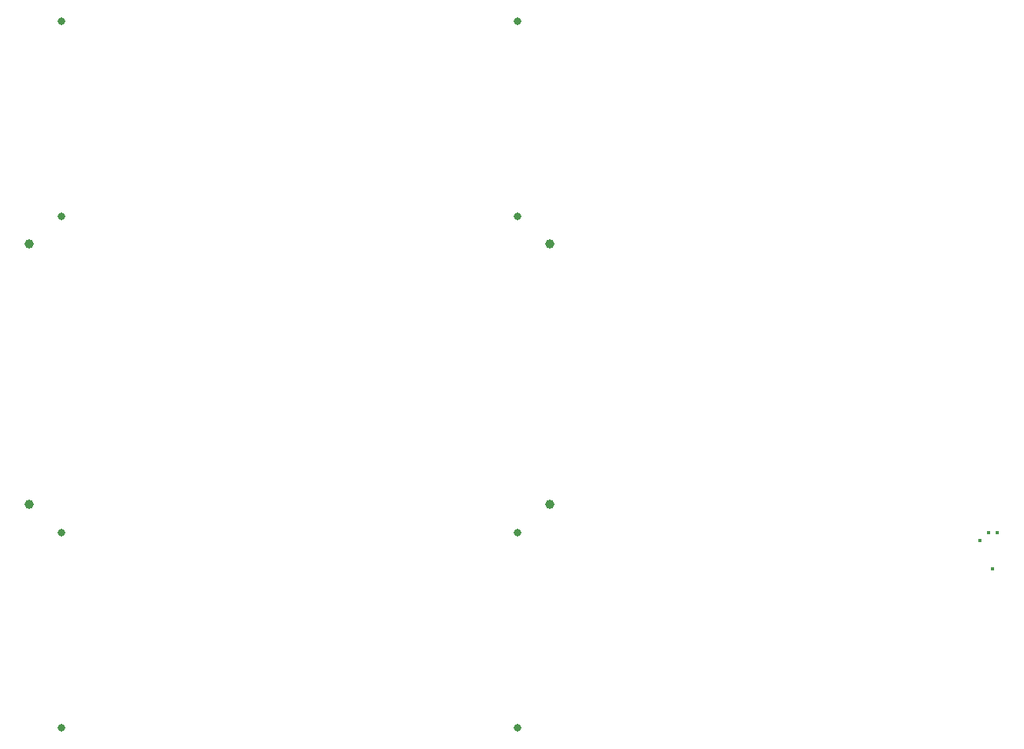
<source format=gbr>
%TF.GenerationSoftware,KiCad,Pcbnew,(6.0.0)*%
%TF.CreationDate,2022-08-13T20:29:40+02:00*%
%TF.ProjectId,PCBWallet,50434257-616c-46c6-9574-2e6b69636164,rev?*%
%TF.SameCoordinates,Original*%
%TF.FileFunction,Soldermask,Bot*%
%TF.FilePolarity,Negative*%
%FSLAX46Y46*%
G04 Gerber Fmt 4.6, Leading zero omitted, Abs format (unit mm)*
G04 Created by KiCad (PCBNEW (6.0.0)) date 2022-08-13 20:29:40*
%MOMM*%
%LPD*%
G01*
G04 APERTURE LIST*
%ADD10C,0.400000*%
%ADD11C,1.000000*%
%ADD12C,0.800000*%
G04 APERTURE END LIST*
D10*
%TO.C,AE1*%
X203600000Y-109000000D03*
X204600000Y-109000000D03*
X202700000Y-109900025D03*
X204100000Y-112900000D03*
%TD*%
D11*
X156500000Y-78000000D03*
X100500000Y-78000000D03*
X100500000Y-106000000D03*
X156500000Y-106000000D03*
D12*
X153000000Y-54000000D03*
X104000000Y-54000000D03*
X153000000Y-75000000D03*
X104000000Y-75000000D03*
X104000000Y-130000000D03*
X104000000Y-109000000D03*
X153000000Y-109000000D03*
X153000000Y-130000000D03*
M02*

</source>
